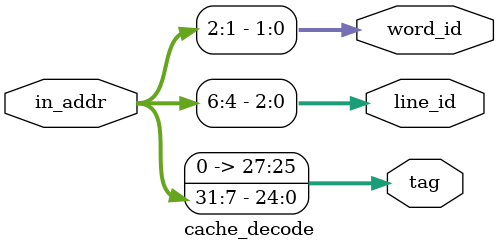
<source format=sv>
module cache_decode
(in_addr,tag,line_id,word_id);


//in_addr[0] = byte_offset
//define input signal
input logic [31:0] in_addr;
output logic [27:0] tag;
output logic [2:0] line_id;
output logic [1:0] word_id;

//define output
assign word_id=in_addr[3:1]; //in_addr[1:0]
assign line_id=in_addr[6:4]; //in_addr[4:2]
assign tag=in_addr[31:7];

endmodule

</source>
